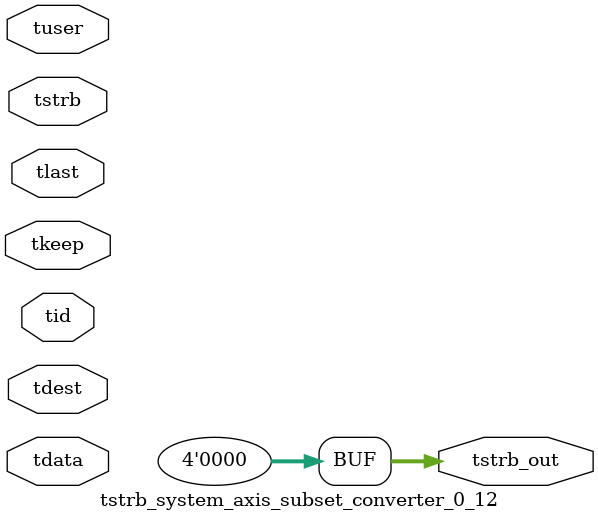
<source format=v>


`timescale 1ps/1ps

module tstrb_system_axis_subset_converter_0_12 #
(
parameter C_S_AXIS_TDATA_WIDTH = 32,
parameter C_S_AXIS_TUSER_WIDTH = 0,
parameter C_S_AXIS_TID_WIDTH   = 0,
parameter C_S_AXIS_TDEST_WIDTH = 0,
parameter C_M_AXIS_TDATA_WIDTH = 32
)
(
input  [(C_S_AXIS_TDATA_WIDTH == 0 ? 1 : C_S_AXIS_TDATA_WIDTH)-1:0     ] tdata,
input  [(C_S_AXIS_TUSER_WIDTH == 0 ? 1 : C_S_AXIS_TUSER_WIDTH)-1:0     ] tuser,
input  [(C_S_AXIS_TID_WIDTH   == 0 ? 1 : C_S_AXIS_TID_WIDTH)-1:0       ] tid,
input  [(C_S_AXIS_TDEST_WIDTH == 0 ? 1 : C_S_AXIS_TDEST_WIDTH)-1:0     ] tdest,
input  [(C_S_AXIS_TDATA_WIDTH/8)-1:0 ] tkeep,
input  [(C_S_AXIS_TDATA_WIDTH/8)-1:0 ] tstrb,
input                                                                    tlast,
output [(C_M_AXIS_TDATA_WIDTH/8)-1:0 ] tstrb_out
);

assign tstrb_out = {1'b0};

endmodule


</source>
